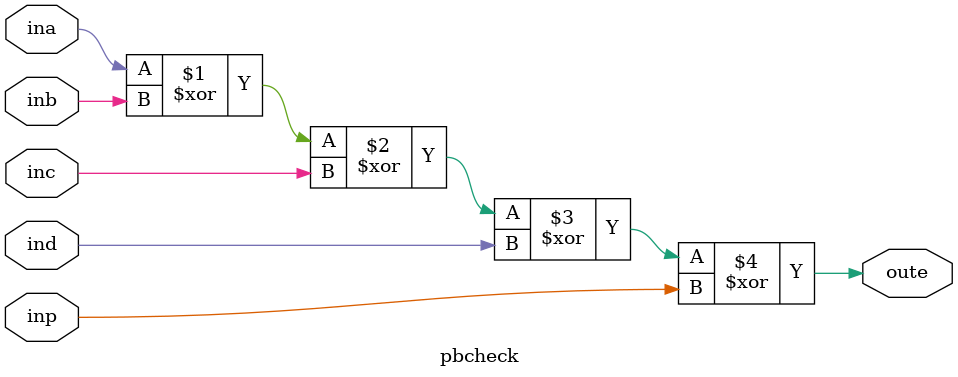
<source format=v>
`timescale 1ns / 1ps

module pbcheck(
    input ina, inb, inc, ind, inp,
    output oute
);

assign oute = ina ^ inb ^ inc ^ ind ^ inp;

endmodule
</source>
